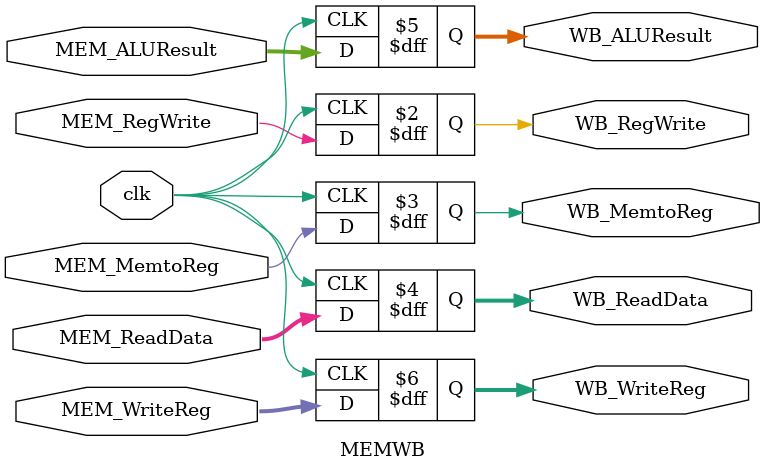
<source format=v>
`timescale 1ns / 1ps


module MEMWB(
MEM_RegWrite,MEM_MemtoReg,MEM_ReadData,MEM_ALUResult,MEM_WriteReg,WB_RegWrite,WB_MemtoReg,WB_ReadData,WB_ALUResult,
WB_WriteReg, clk
    );
    input MEM_RegWrite, MEM_MemtoReg, clk;
    input [31:0] MEM_ReadData, MEM_ALUResult;
    input [4:0] MEM_WriteReg;
    output reg WB_RegWrite, WB_MemtoReg;
    output reg [31:0] WB_ReadData, WB_ALUResult;
    output reg [4:0] WB_WriteReg;
    
    always @(posedge clk) begin
        WB_RegWrite <= MEM_RegWrite;
        WB_MemtoReg <= MEM_MemtoReg;
        WB_ReadData <= MEM_ReadData;
        WB_ALUResult <= MEM_ALUResult;
        WB_WriteReg <= MEM_WriteReg;
    end
endmodule

</source>
